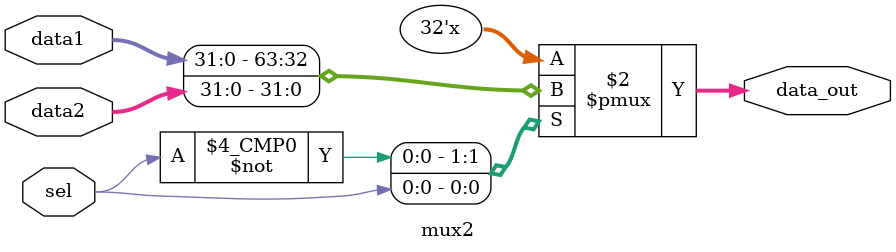
<source format=v>
module mux2 #(
	parameter d_width = 32
)
(
	input [d_width -1 : 0] data1,
	input [d_width -1 : 0] data2,
	input sel,
	
	output reg [d_width -1: 0] data_out
);

	always @(*) begin
		case(sel) 
			1'b0: data_out = data1;
			1'b1: data_out = data2;
		endcase
	end
endmodule
</source>
